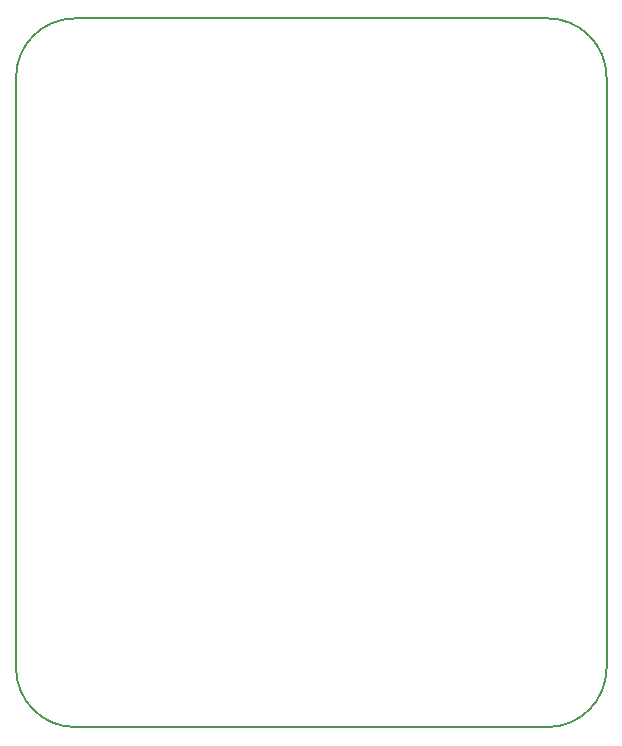
<source format=gbr>
G04 Layer_Color=16711935*
%FSLAX26Y26*%
%MOIN*%
%TF.FileFunction,Keep-out,Top*%
%TF.Part,Single*%
G01*
G75*
%TA.AperFunction,NonConductor*%
%ADD27C,0.007874*%
D27*
X-984252Y-984252D02*
G03*
X-787402Y-1181102I196850J0D01*
G01*
X787402D02*
G03*
X984252Y-984252I-0J196850D01*
G01*
Y984252D02*
G03*
X787402Y1181102I-196850J-0D01*
G01*
X-787402D02*
G03*
X-984252Y984252I0J-196850D01*
G01*
X-787402Y1181102D02*
X787402D01*
X984252Y-984252D02*
Y984252D01*
X-787402Y-1181102D02*
X787402D01*
X-984252Y-984252D02*
Y984252D01*
%TF.MD5,4e7b6886693c7a0e080f3777b05cd4f8*%
M02*

</source>
